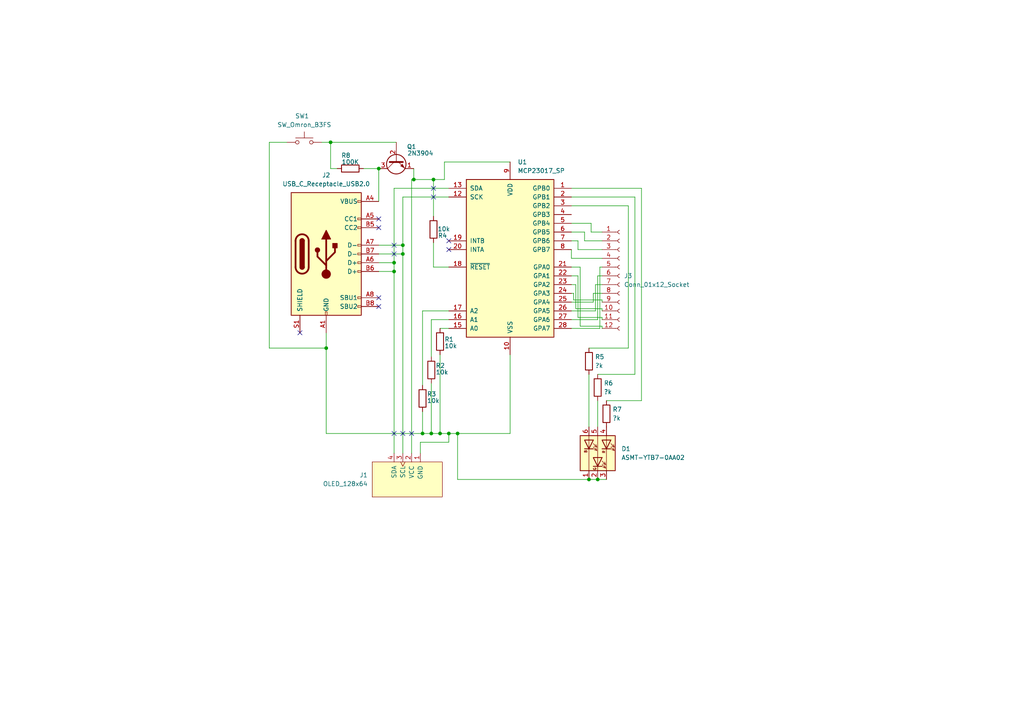
<source format=kicad_sch>
(kicad_sch (version 20230121) (generator eeschema)
  (paper "A4")
  (lib_symbols
    (symbol "Connector:Conn_01x12_Socket" (pin_names (offset 1.016) hide)
      (property "Reference" "J" (at 0 15.24 0))
      (property "Value" "Conn_01x12_Socket" (at 0 -17.78 0))
      (symbol "Conn_01x12_Socket_1_1"
        (arc (start 0 -14.732) (mid -0.5058 -15.24) (end 0 -15.748) (stroke (width 0.1524)))
        (arc (start 0 -12.192) (mid -0.5058 -12.7) (end 0 -13.208) (stroke (width 0.1524)))
        (arc (start 0 -9.652) (mid -0.5058 -10.16) (end 0 -10.668) (stroke (width 0.1524)))
        (arc (start 0 -7.112) (mid -0.5058 -7.62) (end 0 -8.128) (stroke (width 0.1524)))
        (arc (start 0 -4.572) (mid -0.5058 -5.08) (end 0 -5.588) (stroke (width 0.1524)))
        (arc (start 0 -2.032) (mid -0.5058 -2.54) (end 0 -3.048) (stroke (width 0.1524)))
        (polyline (pts (xy -1.27 -15.24) (xy -0.508 -15.24)) (stroke (width 0.1524)))
        (polyline (pts (xy -1.27 -12.7) (xy -0.508 -12.7)) (stroke (width 0.1524)))
        (polyline (pts (xy -1.27 -10.16) (xy -0.508 -10.16)) (stroke (width 0.1524)))
        (polyline (pts (xy -1.27 -7.62) (xy -0.508 -7.62)) (stroke (width 0.1524)))
        (polyline (pts (xy -1.27 -5.08) (xy -0.508 -5.08)) (stroke (width 0.1524)))
        (polyline (pts (xy -1.27 -2.54) (xy -0.508 -2.54)) (stroke (width 0.1524)))
        (polyline (pts (xy -1.27 0) (xy -0.508 0)) (stroke (width 0.1524)))
        (polyline (pts (xy -1.27 2.54) (xy -0.508 2.54)) (stroke (width 0.1524)))
        (polyline (pts (xy -1.27 5.08) (xy -0.508 5.08)) (stroke (width 0.1524)))
        (polyline (pts (xy -1.27 7.62) (xy -0.508 7.62)) (stroke (width 0.1524)))
        (polyline (pts (xy -1.27 10.16) (xy -0.508 10.16)) (stroke (width 0.1524)))
        (polyline (pts (xy -1.27 12.7) (xy -0.508 12.7)) (stroke (width 0.1524)))
        (arc (start 0 0.508) (mid -0.5058 0) (end 0 -0.508) (stroke (width 0.1524)))
        (arc (start 0 3.048) (mid -0.5058 2.54) (end 0 2.032) (stroke (width 0.1524)))
        (arc (start 0 5.588) (mid -0.5058 5.08) (end 0 4.572) (stroke (width 0.1524)))
        (arc (start 0 8.128) (mid -0.5058 7.62) (end 0 7.112) (stroke (width 0.1524)))
        (arc (start 0 10.668) (mid -0.5058 10.16) (end 0 9.652) (stroke (width 0.1524)))
        (arc (start 0 13.208) (mid -0.5058 12.7) (end 0 12.192) (stroke (width 0.1524)))
        (pin passive line (at -5.08 12.7 0) (length 3.81) (name "Pin_1") (number "1"))
        (pin passive line (at -5.08 -10.16 0) (length 3.81) (name "Pin_10") (number "10"))
        (pin passive line (at -5.08 -12.7 0) (length 3.81) (name "Pin_11") (number "11"))
        (pin passive line (at -5.08 -15.24 0) (length 3.81) (name "Pin_12") (number "12"))
        (pin passive line (at -5.08 10.16 0) (length 3.81) (name "Pin_2") (number "2"))
        (pin passive line (at -5.08 7.62 0) (length 3.81) (name "Pin_3") (number "3"))
        (pin passive line (at -5.08 5.08 0) (length 3.81) (name "Pin_4") (number "4"))
        (pin passive line (at -5.08 2.54 0) (length 3.81) (name "Pin_5") (number "5"))
        (pin passive line (at -5.08 0 0) (length 3.81) (name "Pin_6") (number "6"))
        (pin passive line (at -5.08 -2.54 0) (length 3.81) (name "Pin_7") (number "7"))
        (pin passive line (at -5.08 -5.08 0) (length 3.81) (name "Pin_8") (number "8"))
        (pin passive line (at -5.08 -7.62 0) (length 3.81) (name "Pin_9") (number "9"))
      )
    )
    (symbol "Connector:USB_C_Receptacle_USB2.0" (pin_names (offset 1.016))
      (property "Reference" "J" (at -10.16 19.05 0))
      (property "Value" "USB_C_Receptacle_USB2.0" (at 19.05 19.05 0))
      (symbol "USB_C_Receptacle_USB2.0_0_0"
        (rectangle (start -0.254 -17.78) (end 0.254 -16.764))
        (rectangle (start 10.16 -14.986) (end 9.144 -15.494))
        (rectangle (start 10.16 -12.446) (end 9.144 -12.954))
        (rectangle (start 10.16 -4.826) (end 9.144 -5.334))
        (rectangle (start 10.16 -2.286) (end 9.144 -2.794))
        (rectangle (start 10.16 0.254) (end 9.144 -0.254))
        (rectangle (start 10.16 2.794) (end 9.144 2.286))
        (rectangle (start 10.16 7.874) (end 9.144 7.366))
        (rectangle (start 10.16 10.414) (end 9.144 9.906))
        (rectangle (start 10.16 15.494) (end 9.144 14.986))
      )
      (symbol "USB_C_Receptacle_USB2.0_0_1"
        (rectangle (start -10.16 17.78) (end 10.16 -17.78) (stroke (width 0.254)) (fill (type background)))
        (arc (start -8.89 -3.81) (mid -6.985 -5.7067) (end -5.08 -3.81) (stroke (width 0.508)))
        (arc (start -7.62 -3.81) (mid -6.985 -4.4423) (end -6.35 -3.81) (stroke (width 0.254)))
        (arc (start -7.62 -3.81) (mid -6.985 -4.4423) (end -6.35 -3.81) (stroke (width 0.254)) (fill (type outline)))
        (rectangle (start -7.62 -3.81) (end -6.35 3.81) (stroke (width 0.254)) (fill (type outline)))
        (arc (start -6.35 3.81) (mid -6.985 4.4423) (end -7.62 3.81) (stroke (width 0.254)))
        (arc (start -6.35 3.81) (mid -6.985 4.4423) (end -7.62 3.81) (stroke (width 0.254)) (fill (type outline)))
        (arc (start -5.08 3.81) (mid -6.985 5.7067) (end -8.89 3.81) (stroke (width 0.508)))
        (circle (center -2.54 1.143) (radius 0.635) (stroke (width 0.254)) (fill (type outline)))
        (circle (center 0 -5.842) (radius 1.27) (fill (type outline)))
        (polyline (pts (xy -8.89 -3.81) (xy -8.89 3.81)) (stroke (width 0.508)))
        (polyline (pts (xy -5.08 3.81) (xy -5.08 -3.81)) (stroke (width 0.508)))
        (polyline (pts (xy 0 -5.842) (xy 0 4.318)) (stroke (width 0.508)))
        (polyline (pts (xy 0 -3.302) (xy -2.54 -0.762) (xy -2.54 0.508)) (stroke (width 0.508)))
        (polyline (pts (xy 0 -2.032) (xy 2.54 0.508) (xy 2.54 1.778)) (stroke (width 0.508)))
        (polyline (pts (xy -1.27 4.318) (xy 0 6.858) (xy 1.27 4.318) (xy -1.27 4.318)) (stroke (width 0.254)) (fill (type outline)))
        (rectangle (start 1.905 1.778) (end 3.175 3.048) (stroke (width 0.254)) (fill (type outline)))
      )
      (symbol "USB_C_Receptacle_USB2.0_1_1"
        (pin passive line (at 0 -22.86 90) (length 5.08) (name "GND") (number "A1"))
        (pin passive line (at 0 -22.86 90) (length 5.08) hide (name "GND") (number "A12"))
        (pin passive line (at 15.24 15.24 180) (length 5.08) (name "VBUS") (number "A4"))
        (pin bidirectional line (at 15.24 10.16 180) (length 5.08) (name "CC1") (number "A5"))
        (pin bidirectional line (at 15.24 -2.54 180) (length 5.08) (name "D+") (number "A6"))
        (pin bidirectional line (at 15.24 2.54 180) (length 5.08) (name "D-") (number "A7"))
        (pin bidirectional line (at 15.24 -12.7 180) (length 5.08) (name "SBU1") (number "A8"))
        (pin passive line (at 15.24 15.24 180) (length 5.08) hide (name "VBUS") (number "A9"))
        (pin passive line (at 0 -22.86 90) (length 5.08) hide (name "GND") (number "B1"))
        (pin passive line (at 0 -22.86 90) (length 5.08) hide (name "GND") (number "B12"))
        (pin passive line (at 15.24 15.24 180) (length 5.08) hide (name "VBUS") (number "B4"))
        (pin bidirectional line (at 15.24 7.62 180) (length 5.08) (name "CC2") (number "B5"))
        (pin bidirectional line (at 15.24 -5.08 180) (length 5.08) (name "D+") (number "B6"))
        (pin bidirectional line (at 15.24 0 180) (length 5.08) (name "D-") (number "B7"))
        (pin bidirectional line (at 15.24 -15.24 180) (length 5.08) (name "SBU2") (number "B8"))
        (pin passive line (at 15.24 15.24 180) (length 5.08) hide (name "VBUS") (number "B9"))
        (pin passive line (at -7.62 -22.86 90) (length 5.08) (name "SHIELD") (number "S1"))
      )
    )
    (symbol "Interface_Expansion:MCP23017_SP" (pin_names (offset 1.016))
      (property "Reference" "U" (at -11.43 24.13 0))
      (property "Value" "MCP23017_SP" (at 0 0 0))
      (symbol "MCP23017_SP_0_1"
        (rectangle (start -12.7 22.86) (end 12.7 -22.86) (stroke (width 0.254)) (fill (type background)))
      )
      (symbol "MCP23017_SP_1_1"
        (pin bidirectional line (at 17.78 20.32 180) (length 5.08) (name "GPB0") (number "1"))
        (pin power_in line (at 0 -27.94 90) (length 5.08) (name "VSS") (number "10"))
        (pin no_connect line (at -12.7 15.24 0) (length 5.08) hide (name "NC") (number "11"))
        (pin input line (at -17.78 17.78 0) (length 5.08) (name "SCK") (number "12"))
        (pin bidirectional line (at -17.78 20.32 0) (length 5.08) (name "SDA") (number "13"))
        (pin no_connect line (at -12.7 12.7 0) (length 5.08) hide (name "NC") (number "14"))
        (pin input line (at -17.78 -20.32 0) (length 5.08) (name "A0") (number "15"))
        (pin input line (at -17.78 -17.78 0) (length 5.08) (name "A1") (number "16"))
        (pin input line (at -17.78 -15.24 0) (length 5.08) (name "A2") (number "17"))
        (pin input line (at -17.78 -2.54 0) (length 5.08) (name "~{RESET}") (number "18"))
        (pin tri_state line (at -17.78 5.08 0) (length 5.08) (name "INTB") (number "19"))
        (pin bidirectional line (at 17.78 17.78 180) (length 5.08) (name "GPB1") (number "2"))
        (pin tri_state line (at -17.78 2.54 0) (length 5.08) (name "INTA") (number "20"))
        (pin bidirectional line (at 17.78 -2.54 180) (length 5.08) (name "GPA0") (number "21"))
        (pin bidirectional line (at 17.78 -5.08 180) (length 5.08) (name "GPA1") (number "22"))
        (pin bidirectional line (at 17.78 -7.62 180) (length 5.08) (name "GPA2") (number "23"))
        (pin bidirectional line (at 17.78 -10.16 180) (length 5.08) (name "GPA3") (number "24"))
        (pin bidirectional line (at 17.78 -12.7 180) (length 5.08) (name "GPA4") (number "25"))
        (pin bidirectional line (at 17.78 -15.24 180) (length 5.08) (name "GPA5") (number "26"))
        (pin bidirectional line (at 17.78 -17.78 180) (length 5.08) (name "GPA6") (number "27"))
        (pin bidirectional line (at 17.78 -20.32 180) (length 5.08) (name "GPA7") (number "28"))
        (pin bidirectional line (at 17.78 15.24 180) (length 5.08) (name "GPB2") (number "3"))
        (pin bidirectional line (at 17.78 12.7 180) (length 5.08) (name "GPB3") (number "4"))
        (pin bidirectional line (at 17.78 10.16 180) (length 5.08) (name "GPB4") (number "5"))
        (pin bidirectional line (at 17.78 7.62 180) (length 5.08) (name "GPB5") (number "6"))
        (pin bidirectional line (at 17.78 5.08 180) (length 5.08) (name "GPB6") (number "7"))
        (pin bidirectional line (at 17.78 2.54 180) (length 5.08) (name "GPB7") (number "8"))
        (pin power_in line (at 0 27.94 270) (length 5.08) (name "VDD") (number "9"))
      )
    )
    (symbol "LED:ASMT-YTB7-0AA02" (pin_names hide)
      (property "Reference" "D" (at -5.08 6.35 0))
      (property "Value" "ASMT-YTB7-0AA02" (at -5.08 -6.35 0))
      (symbol "ASMT-YTB7-0AA02_0_0"
        (text "B" (at -0.508 -3.4544 0) (effects (font (size 0.762 0.762))))
        (text "G" (at 4.5466 -0.8382 0) (effects (font (size 0.762 0.762))))
        (text "R" (at -0.381 1.8034 0) (effects (font (size 0.762 0.762))))
      )
      (symbol "ASMT-YTB7-0AA02_0_1"
        (rectangle (start -5.08 5.08) (end 5.08 -5.08) (stroke (width 0.254)) (fill (type background)))
        (polyline (pts (xy -5.08 -2.54) (xy 5.08 -2.54)))
        (polyline (pts (xy -5.08 0) (xy 5.08 0)))
        (polyline (pts (xy -5.08 2.54) (xy 5.08 2.54)))
        (polyline (pts (xy -2.794 -1.27) (xy -1.778 -0.254)))
        (polyline (pts (xy -2.794 3.81) (xy -1.778 4.826)))
        (polyline (pts (xy -1.778 -1.27) (xy -0.762 -0.254)))
        (polyline (pts (xy -1.778 3.81) (xy -0.762 4.826)))
        (polyline (pts (xy -1.27 -1.27) (xy -1.27 -3.81)) (stroke (width 0.254)))
        (polyline (pts (xy -1.27 3.81) (xy -1.27 1.27)) (stroke (width 0.254)))
        (polyline (pts (xy 2.286 1.27) (xy 3.302 2.286)))
        (polyline (pts (xy 3.302 1.27) (xy 4.318 2.286)))
        (polyline (pts (xy 3.81 1.27) (xy 3.81 -1.27)) (stroke (width 0.254)))
        (polyline (pts (xy -2.54 4.572) (xy -1.778 4.826) (xy -2.032 4.064)))
        (polyline (pts (xy -2.032 -1.016) (xy -1.778 -0.254) (xy -2.54 -0.508)))
        (polyline (pts (xy -1.524 -0.508) (xy -0.762 -0.254) (xy -1.016 -1.016)))
        (polyline (pts (xy -1.524 4.572) (xy -0.762 4.826) (xy -1.016 4.064)))
        (polyline (pts (xy 3.048 1.524) (xy 3.302 2.286) (xy 2.54 2.032)))
        (polyline (pts (xy 3.556 2.032) (xy 4.318 2.286) (xy 4.064 1.524)))
        (polyline (pts (xy -3.81 -1.27) (xy -3.81 -3.81) (xy -1.27 -2.54) (xy -3.81 -1.27)) (stroke (width 0.254)))
        (polyline (pts (xy -3.81 3.81) (xy -3.81 1.27) (xy -1.27 2.54) (xy -3.81 3.81)) (stroke (width 0.254)))
        (polyline (pts (xy 1.27 1.27) (xy 1.27 -1.27) (xy 3.81 0) (xy 1.27 1.27)) (stroke (width 0.254)))
      )
      (symbol "ASMT-YTB7-0AA02_1_1"
        (pin passive line (at 7.62 -2.54 180) (length 2.54) (name "KB") (number "1"))
        (pin passive line (at 7.62 0 180) (length 2.54) (name "KG") (number "2"))
        (pin passive line (at 7.62 2.54 180) (length 2.54) (name "KR") (number "3"))
        (pin passive line (at -7.62 2.54 0) (length 2.54) (name "AR") (number "4"))
        (pin passive line (at -7.62 0 0) (length 2.54) (name "AG") (number "5"))
        (pin passive line (at -7.62 -2.54 0) (length 2.54) (name "AB") (number "6"))
      )
    )
    (symbol "ScottoKeebs:OLED_128x64" (pin_names (offset 1.016))
      (property "Reference" "J" (at 0 -11.43 0))
      (property "Value" "OLED_128x64" (at 0 -7.62 0))
      (symbol "OLED_128x64_0_1"
        (rectangle (start 10.16 -10.16) (end -10.16 0) (fill (type background)))
      )
      (symbol "OLED_128x64_1_1"
        (pin power_in line (at -3.81 2.54 270) (length 2.54) (name "GND") (number "1"))
        (pin power_in line (at -1.27 2.54 270) (length 2.54) (name "VCC") (number "2"))
        (pin input clock (at 1.27 2.54 270) (length 2.54) (name "SCL") (number "3"))
        (pin bidirectional line (at 3.81 2.54 270) (length 2.54) (name "SDA") (number "4"))
      )
    )
    (symbol "ScottoKeebs:Placeholder_Resistor" (pin_numbers hide) (pin_names (offset 0))
      (property "Reference" "R" (at 0 2.032 0))
      (property "Value" "Resistor" (at 0 -2.54 0))
      (symbol "Placeholder_Resistor_0_1"
        (rectangle (start 2.54 -1.016) (end -2.54 1.016) (stroke (width 0.254)))
      )
      (symbol "Placeholder_Resistor_1_1"
        (pin passive line (at -3.81 0 0) (length 1.27) (name "~") (number "1"))
        (pin passive line (at 3.81 0 180) (length 1.27) (name "~") (number "2"))
      )
    )
    (symbol "Switch:SW_Omron_B3FS" (pin_numbers hide) (pin_names (offset 1.016) hide)
      (property "Reference" "SW" (at 1.27 2.54 0))
      (property "Value" "SW_Omron_B3FS" (at 0 -1.524 0))
      (symbol "SW_Omron_B3FS_0_1"
        (circle (center -2.032 0) (radius 0.508))
        (polyline (pts (xy 0 1.27) (xy 0 3.048)))
        (polyline (pts (xy 2.54 1.27) (xy -2.54 1.27)))
        (circle (center 2.032 0) (radius 0.508))
        (pin passive line (at -5.08 0 0) (length 2.54) (name "1") (number "1"))
        (pin passive line (at 5.08 0 180) (length 2.54) (name "2") (number "2"))
      )
    )
    (symbol "Transistor_BJT:2N3904" (pin_names (offset 0) hide)
      (property "Reference" "Q" (at 5.08 1.905 0))
      (property "Value" "2N3904" (at 5.08 0 0))
      (symbol "2N3904_0_1"
        (polyline (pts (xy 0.635 0.635) (xy 2.54 2.54)))
        (polyline (pts (xy 0.635 -0.635) (xy 2.54 -2.54) (xy 2.54 -2.54)))
        (polyline (pts (xy 0.635 1.905) (xy 0.635 -1.905) (xy 0.635 -1.905)) (stroke (width 0.508)))
        (polyline (pts (xy 1.27 -1.778) (xy 1.778 -1.27) (xy 2.286 -2.286) (xy 1.27 -1.778) (xy 1.27 -1.778)) (fill (type outline)))
        (circle (center 1.27 0) (radius 2.8194) (stroke (width 0.254)))
      )
      (symbol "2N3904_1_1"
        (pin passive line (at 2.54 -5.08 90) (length 2.54) (name "E") (number "1"))
        (pin passive line (at -5.08 0 0) (length 5.715) (name "B") (number "2"))
        (pin passive line (at 2.54 5.08 270) (length 2.54) (name "C") (number "3"))
      )
    )
  )
  (junction (at 132.715 125.73))
  (junction (at 116.84 71.12))
  (junction (at 127.635 125.73))
  (junction (at 109.855 48.895))
  (junction (at 95.885 41.275))
  (junction (at 125.73 52.07))
  (junction (at 114.3 78.74))
  (junction (at 116.84 73.66))
  (junction (at 173.355 139.065))
  (junction (at 114.3 76.2))
  (junction (at 94.615 100.965))
  (junction (at 120.015 52.07))
  (junction (at 130.175 125.73))
  (junction (at 125.095 125.73))
  (junction (at 170.815 139.065))
  (junction (at 122.555 125.73))
  (no_connect (at 114.3 125.73))
  (no_connect (at 109.855 86.36))
  (no_connect (at 125.73 57.15))
  (no_connect (at 109.855 63.5))
  (no_connect (at 114.3 73.66))
  (no_connect (at 125.73 54.61))
  (no_connect (at 109.855 66.04))
  (no_connect (at 114.3 71.12))
  (no_connect (at 130.175 69.85))
  (no_connect (at 119.38 125.73))
  (no_connect (at 130.175 72.39))
  (no_connect (at 86.995 96.52))
  (no_connect (at 116.84 125.73))
  (no_connect (at 109.855 88.9))
  (wire (pts (xy 119.38 52.07) (xy 119.38 131.445)))
  (wire (pts (xy 167.64 72.39) (xy 167.64 69.85)))
  (wire (pts (xy 128.905 46.99) (xy 147.955 46.99)))
  (wire (pts (xy 132.715 139.065) (xy 132.715 125.73)))
  (wire (pts (xy 167.64 80.01) (xy 165.735 80.01)))
  (wire (pts (xy 109.855 48.895) (xy 109.855 58.42)))
  (wire (pts (xy 172.085 85.09) (xy 172.085 87.63)))
  (wire (pts (xy 184.15 57.15) (xy 165.735 57.15)))
  (wire (pts (xy 167.64 92.075) (xy 167.64 80.01)))
  (wire (pts (xy 128.905 52.07) (xy 128.905 46.99)))
  (wire (pts (xy 174.625 90.17) (xy 174.625 89.535)))
  (wire (pts (xy 174.625 77.47) (xy 173.99 77.47)))
  (wire (pts (xy 175.895 139.065) (xy 173.355 139.065)))
  (wire (pts (xy 169.545 69.85) (xy 169.545 67.31)))
  (wire (pts (xy 167.005 89.535) (xy 167.005 82.55)))
  (wire (pts (xy 127.635 102.87) (xy 127.635 125.73)))
  (wire (pts (xy 173.355 108.585) (xy 184.15 108.585)))
  (wire (pts (xy 174.625 85.09) (xy 172.085 85.09)))
  (wire (pts (xy 173.355 116.205) (xy 173.355 123.825)))
  (wire (pts (xy 169.545 67.31) (xy 165.735 67.31)))
  (wire (pts (xy 109.855 76.2) (xy 114.3 76.2)))
  (wire (pts (xy 170.815 108.585) (xy 170.815 123.825)))
  (wire (pts (xy 173.355 80.01) (xy 173.355 92.71)))
  (wire (pts (xy 172.72 90.17) (xy 165.735 90.17)))
  (wire (pts (xy 114.3 78.74) (xy 109.855 78.74)))
  (wire (pts (xy 127.635 125.73) (xy 130.175 125.73)))
  (wire (pts (xy 116.84 73.66) (xy 116.84 131.445)))
  (wire (pts (xy 167.64 69.85) (xy 165.735 69.85)))
  (wire (pts (xy 130.175 92.71) (xy 125.095 92.71)))
  (wire (pts (xy 174.625 69.85) (xy 169.545 69.85)))
  (wire (pts (xy 166.37 86.995) (xy 166.37 85.09)))
  (wire (pts (xy 174.625 80.01) (xy 173.355 80.01)))
  (wire (pts (xy 173.99 77.47) (xy 173.99 95.25)))
  (wire (pts (xy 174.625 86.995) (xy 166.37 86.995)))
  (wire (pts (xy 121.92 131.445) (xy 121.92 128.27)))
  (wire (pts (xy 167.005 82.55) (xy 165.735 82.55)))
  (wire (pts (xy 114.3 76.2) (xy 114.3 54.61)))
  (wire (pts (xy 122.555 90.17) (xy 122.555 111.76)))
  (wire (pts (xy 175.895 116.205) (xy 186.055 116.205)))
  (wire (pts (xy 94.615 125.73) (xy 122.555 125.73)))
  (wire (pts (xy 168.275 94.615) (xy 168.275 77.47)))
  (wire (pts (xy 109.855 73.66) (xy 116.84 73.66)))
  (wire (pts (xy 184.15 108.585) (xy 184.15 57.15)))
  (wire (pts (xy 94.615 100.965) (xy 94.615 125.73)))
  (wire (pts (xy 170.815 100.965) (xy 182.245 100.965)))
  (wire (pts (xy 120.015 48.895) (xy 120.015 52.07)))
  (wire (pts (xy 125.095 111.125) (xy 125.095 125.73)))
  (wire (pts (xy 147.955 102.87) (xy 147.955 125.73)))
  (wire (pts (xy 122.555 125.73) (xy 125.095 125.73)))
  (wire (pts (xy 116.84 71.12) (xy 116.84 57.15)))
  (wire (pts (xy 182.245 100.965) (xy 182.245 59.69)))
  (wire (pts (xy 116.84 57.15) (xy 130.175 57.15)))
  (wire (pts (xy 78.105 100.965) (xy 94.615 100.965)))
  (wire (pts (xy 93.345 41.275) (xy 95.885 41.275)))
  (wire (pts (xy 174.625 82.55) (xy 172.72 82.55)))
  (wire (pts (xy 173.355 139.065) (xy 170.815 139.065)))
  (wire (pts (xy 171.45 64.77) (xy 165.735 64.77)))
  (wire (pts (xy 174.625 67.31) (xy 171.45 67.31)))
  (wire (pts (xy 94.615 96.52) (xy 94.615 100.965)))
  (wire (pts (xy 83.185 41.275) (xy 78.105 41.275)))
  (wire (pts (xy 172.72 82.55) (xy 172.72 90.17)))
  (wire (pts (xy 122.555 119.38) (xy 122.555 125.73)))
  (wire (pts (xy 114.3 76.2) (xy 114.3 78.74)))
  (wire (pts (xy 116.84 73.66) (xy 116.84 71.12)))
  (wire (pts (xy 174.625 87.63) (xy 174.625 86.995)))
  (wire (pts (xy 125.095 92.71) (xy 125.095 103.505)))
  (wire (pts (xy 125.73 52.07) (xy 128.905 52.07)))
  (wire (pts (xy 125.73 52.07) (xy 125.73 62.738)))
  (wire (pts (xy 95.885 41.275) (xy 95.885 48.895)))
  (wire (pts (xy 166.37 85.09) (xy 165.735 85.09)))
  (wire (pts (xy 174.625 94.615) (xy 168.275 94.615)))
  (wire (pts (xy 168.275 77.47) (xy 165.735 77.47)))
  (wire (pts (xy 121.92 128.27) (xy 130.175 128.27)))
  (wire (pts (xy 130.175 128.27) (xy 130.175 125.73)))
  (wire (pts (xy 105.41 48.895) (xy 109.855 48.895)))
  (wire (pts (xy 114.3 54.61) (xy 130.175 54.61)))
  (wire (pts (xy 119.38 52.07) (xy 120.015 52.07)))
  (wire (pts (xy 174.625 89.535) (xy 167.005 89.535)))
  (wire (pts (xy 173.99 95.25) (xy 165.735 95.25)))
  (wire (pts (xy 130.175 95.25) (xy 127.635 95.25)))
  (wire (pts (xy 174.625 95.25) (xy 174.625 94.615)))
  (wire (pts (xy 182.245 59.69) (xy 165.735 59.69)))
  (wire (pts (xy 172.085 87.63) (xy 165.735 87.63)))
  (wire (pts (xy 125.73 70.358) (xy 125.73 77.47)))
  (wire (pts (xy 78.105 41.275) (xy 78.105 100.965)))
  (wire (pts (xy 114.3 78.74) (xy 114.3 131.445)))
  (wire (pts (xy 174.625 72.39) (xy 167.64 72.39)))
  (wire (pts (xy 116.84 71.12) (xy 109.855 71.12)))
  (wire (pts (xy 174.625 92.71) (xy 174.625 92.075)))
  (wire (pts (xy 171.45 67.31) (xy 171.45 64.77)))
  (wire (pts (xy 174.625 74.93) (xy 165.735 74.93)))
  (wire (pts (xy 132.715 125.73) (xy 147.955 125.73)))
  (wire (pts (xy 130.175 90.17) (xy 122.555 90.17)))
  (wire (pts (xy 125.73 77.47) (xy 130.175 77.47)))
  (wire (pts (xy 186.055 116.205) (xy 186.055 54.61)))
  (wire (pts (xy 170.815 139.065) (xy 132.715 139.065)))
  (wire (pts (xy 97.79 48.895) (xy 95.885 48.895)))
  (wire (pts (xy 95.885 41.275) (xy 114.935 41.275)))
  (wire (pts (xy 173.355 92.71) (xy 165.735 92.71)))
  (wire (pts (xy 125.095 125.73) (xy 127.635 125.73)))
  (wire (pts (xy 186.055 54.61) (xy 165.735 54.61)))
  (wire (pts (xy 165.735 74.93) (xy 165.735 72.39)))
  (wire (pts (xy 174.625 92.075) (xy 167.64 92.075)))
  (wire (pts (xy 120.015 52.07) (xy 125.73 52.07)))
  (wire (pts (xy 130.175 125.73) (xy 132.715 125.73)))
  (symbol (lib_id "ScottoKeebs:Placeholder_Resistor") (at 175.895 120.015 90) (unit 1)
    (property "Reference" "R7" (at 177.673 118.745 90) (effects (justify right)))
    (property "Value" "?k" (at 177.673 121.285 90) (effects (justify right)))
    (property "Footprint" "Resistor_THT:R_Axial_DIN0204_L3.6mm_D1.6mm_P5.08mm_Horizontal" (effects hide))
  )
  (symbol (lib_id "ScottoKeebs:Placeholder_Resistor") (at 125.095 107.315 270) (unit 1)
    (property "Reference" "R2" (at 126.365 106.045 90) (effects (justify left)))
    (property "Value" "10k" (at 126.365 107.95 90) (effects (justify left)))
    (property "Footprint" "Resistor_THT:R_Axial_DIN0204_L3.6mm_D1.6mm_P5.08mm_Horizontal" (effects hide))
  )
  (symbol (lib_id "ScottoKeebs:Placeholder_Resistor") (at 170.815 104.775 90) (unit 1)
    (property "Reference" "R5" (at 172.593 103.505 90) (effects (justify right)))
    (property "Value" "?k" (at 172.593 106.045 90) (effects (justify right)))
    (property "Footprint" "Resistor_THT:R_Axial_DIN0204_L3.6mm_D1.6mm_P5.08mm_Horizontal" (effects hide))
  )
  (symbol (lib_id "ScottoKeebs:OLED_128x64") (at 118.11 133.985 0) (mirror y) (unit 1)
    (property "Reference" "J1" (at 106.68 137.795 0) (effects (justify left)))
    (property "Value" "OLED_128x64" (at 106.68 140.335 0) (effects (justify left)))
    (property "Footprint" "ScottoKeebs_Components:OLED_128x64" (effects hide))
  )
  (symbol (lib_id "ScottoKeebs:Placeholder_Resistor") (at 173.355 112.395 90) (unit 1)
    (property "Reference" "R6" (at 175.133 111.125 90) (effects (justify right)))
    (property "Value" "?k" (at 175.133 113.665 90) (effects (justify right)))
    (property "Footprint" "Resistor_THT:R_Axial_DIN0204_L3.6mm_D1.6mm_P5.08mm_Horizontal" (effects hide))
  )
  (symbol (lib_id "Transistor_BJT:2N3904") (at 114.935 46.355 90) (mirror x) (unit 1)
    (property "Reference" "Q1" (at 119.38 42.545 90))
    (property "Value" "2N3904" (at 121.92 44.45 90))
    (property "Footprint" "Package_TO_SOT_THT:TO-92_Inline" (effects hide))
    (property "Datasheet" "https://www.onsemi.com/pub/Collateral/2N3903-D.PDF" (effects hide))
  )
  (symbol (lib_id "ScottoKeebs:Placeholder_Resistor") (at 122.555 115.57 270) (unit 1)
    (property "Reference" "R3" (at 123.825 114.3 90) (effects (justify left)))
    (property "Value" "10k" (at 123.825 116.205 90) (effects (justify left)))
    (property "Footprint" "Resistor_THT:R_Axial_DIN0204_L3.6mm_D1.6mm_P5.08mm_Horizontal" (effects hide))
  )
  (symbol (lib_id "ScottoKeebs:Placeholder_Resistor") (at 101.6 48.895 0) (unit 1)
    (property "Reference" "R8" (at 100.33 45.085 0))
    (property "Value" "100K" (at 101.6 46.99 0))
    (property "Footprint" "Resistor_THT:R_Axial_DIN0204_L3.6mm_D1.6mm_P5.08mm_Horizontal" (effects hide))
  )
  (symbol (lib_id "ScottoKeebs:Placeholder_Resistor") (at 125.73 66.548 90) (unit 1)
    (property "Reference" "R4" (at 127 68.326 90) (effects (justify right)))
    (property "Value" "10k" (at 126.873 66.421 90) (effects (justify right)))
    (property "Footprint" "Resistor_THT:R_Axial_DIN0204_L3.6mm_D1.6mm_P5.08mm_Horizontal" (effects hide))
  )
  (symbol (lib_id "LED:ASMT-YTB7-0AA02") (at 173.355 131.445 270) (unit 1)
    (property "Reference" "D1" (at 180.213 130.175 90) (effects (justify left)))
    (property "Value" "ASMT-YTB7-0AA02" (at 180.213 132.715 90) (effects (justify left)))
    (property "Footprint" "LED_SMD:LED_Avago_PLCC6_3x2.8mm" (effects hide))
    (property "Datasheet" "https://docs.broadcom.com/docs/AV02-3793EN" (effects hide))
  )
  (symbol (lib_id "Connector:USB_C_Receptacle_USB2.0") (at 94.615 73.66 0) (unit 1)
    (property "Reference" "J2" (at 94.615 50.8 0))
    (property "Value" "USB_C_Receptacle_USB2.0" (at 94.615 53.34 0))
    (property "Footprint" "Connector_USB:USB_C_Receptacle_GCT_USB4110" (effects hide))
    (property "Datasheet" "https://www.usb.org/sites/default/files/documents/usb_type-c.zip" (effects hide))
  )
  (symbol (lib_id "Switch:SW_Omron_B3FS") (at 88.265 41.275 0) (mirror y) (unit 1)
    (property "Reference" "SW1" (at 87.63 33.655 0))
    (property "Value" "SW_Omron_B3FS" (at 88.265 36.195 0))
    (property "Footprint" "Button_Switch_SMD:SW_SPST_Omron_B3FS-101xP" (effects hide))
    (property "Datasheet" "https://omronfs.omron.com/en_US/ecb/products/pdf/en-b3fs.pdf" (effects hide))
  )
  (symbol (lib_id "Connector:Conn_01x12_Socket") (at 179.705 80.01 0) (unit 1)
    (property "Reference" "J3" (at 180.975 80.01 0) (effects (justify left)))
    (property "Value" "Conn_01x12_Socket" (at 180.975 82.55 0) (effects (justify left)))
    (property "Footprint" "Connector_JST:JST_GH_SM12B-GHS-TB_1x12-1MP_P1.25mm_Horizontal" (effects hide))
  )
  (symbol (lib_id "ScottoKeebs:Placeholder_Resistor") (at 127.635 99.06 90) (mirror x) (unit 1)
    (property "Reference" "R1" (at 128.905 98.425 90) (effects (justify right)))
    (property "Value" "10k" (at 128.905 100.33 90) (effects (justify right)))
    (property "Footprint" "Resistor_THT:R_Axial_DIN0204_L3.6mm_D1.6mm_P5.08mm_Horizontal" (effects hide))
  )
  (symbol (lib_id "Interface_Expansion:MCP23017_SP") (at 147.955 74.93 0) (unit 1)
    (property "Reference" "U1" (at 150.1491 46.99 0) (effects (justify left)))
    (property "Value" "MCP23017_SP" (at 150.1491 49.53 0) (effects (justify left)))
    (property "Footprint" "Package_DIP:DIP-28_W7.62mm_Socket" (effects hide))
    (property "Datasheet" "http://ww1.microchip.com/downloads/en/DeviceDoc/20001952C.pdf" (effects hide))
  )
)
</source>
